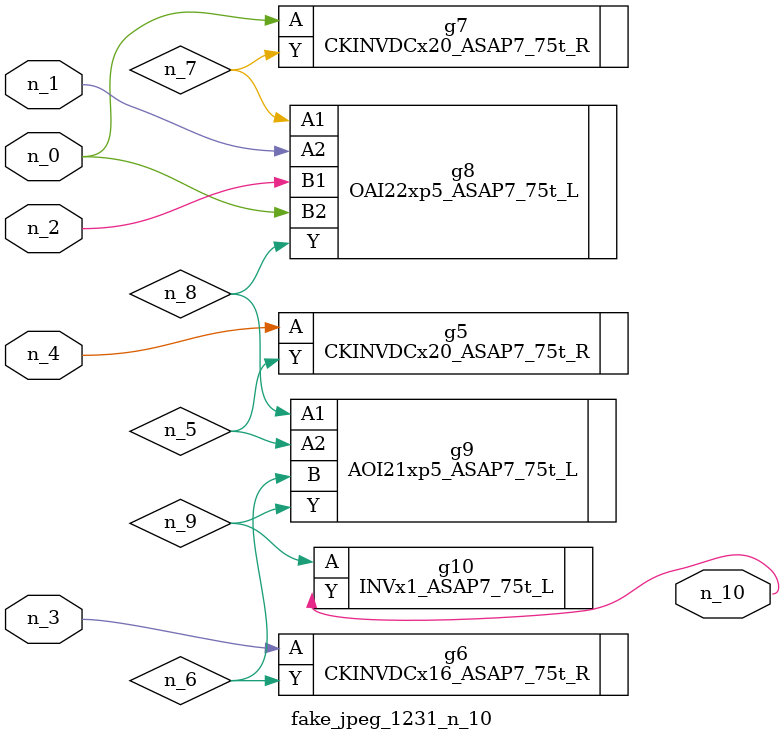
<source format=v>
module fake_jpeg_1231_n_10 (n_3, n_2, n_1, n_0, n_4, n_10);

input n_3;
input n_2;
input n_1;
input n_0;
input n_4;

output n_10;

wire n_8;
wire n_9;
wire n_6;
wire n_5;
wire n_7;

CKINVDCx20_ASAP7_75t_R g5 ( 
.A(n_4),
.Y(n_5)
);

CKINVDCx16_ASAP7_75t_R g6 ( 
.A(n_3),
.Y(n_6)
);

CKINVDCx20_ASAP7_75t_R g7 ( 
.A(n_0),
.Y(n_7)
);

OAI22xp5_ASAP7_75t_L g8 ( 
.A1(n_7),
.A2(n_1),
.B1(n_2),
.B2(n_0),
.Y(n_8)
);

AOI21xp5_ASAP7_75t_L g9 ( 
.A1(n_8),
.A2(n_5),
.B(n_6),
.Y(n_9)
);

INVx1_ASAP7_75t_L g10 ( 
.A(n_9),
.Y(n_10)
);


endmodule
</source>
